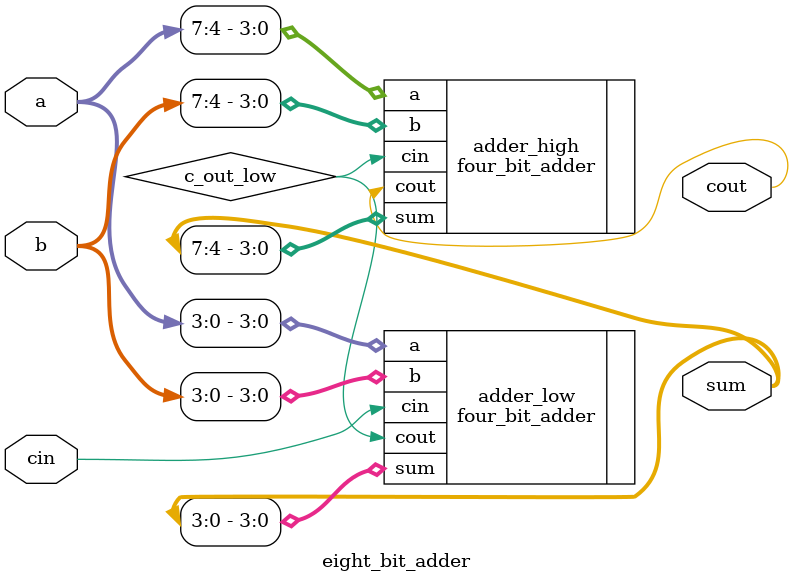
<source format=sv>
`timescale 1ns / 1ps

module eight_bit_adder(
    input [7:0] a,        
    input [7:0] b,       
    input cin,            
    output [7:0] sum,     
    output cout           
    );

    
    wire c_out_low;

    //first 4-bit 
    four_bit_adder adder_low (
        .a(a[3:0]),
        .b(b[3:0]),
        .cin(cin),
        .sum(sum[3:0]),
        .cout(c_out_low)
    );

    // second 4-bit
    four_bit_adder adder_high (
        .a(a[7:4]),
        .b(b[7:4]),
        .cin(c_out_low),
        .sum(sum[7:4]),
        .cout(cout)
    );

endmodule

</source>
